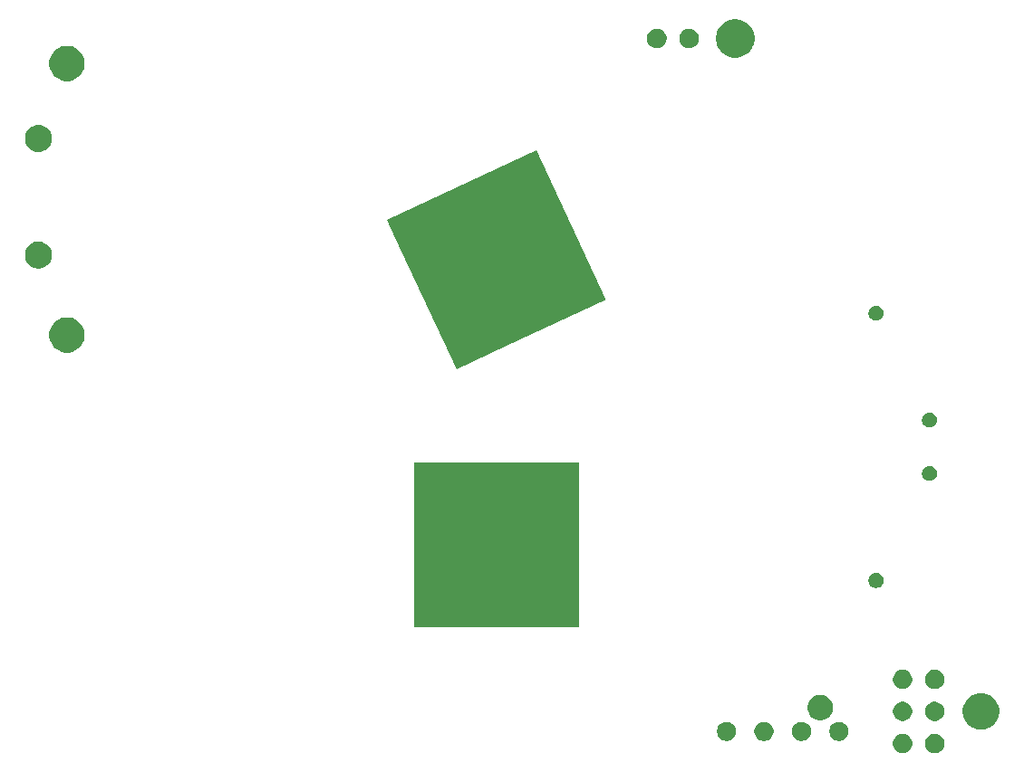
<source format=gbs>
G04 #@! TF.GenerationSoftware,KiCad,Pcbnew,5.0.2-bee76a0~70~ubuntu18.04.1*
G04 #@! TF.CreationDate,2019-04-30T11:13:38-04:00*
G04 #@! TF.ProjectId,AIR_Mount_Minus,4149525f-4d6f-4756-9e74-5f4d696e7573,rev?*
G04 #@! TF.SameCoordinates,Original*
G04 #@! TF.FileFunction,Soldermask,Bot*
G04 #@! TF.FilePolarity,Negative*
%FSLAX46Y46*%
G04 Gerber Fmt 4.6, Leading zero omitted, Abs format (unit mm)*
G04 Created by KiCad (PCBNEW 5.0.2-bee76a0~70~ubuntu18.04.1) date Tue 30 Apr 2019 11:13:38 AM EDT*
%MOMM*%
%LPD*%
G01*
G04 APERTURE LIST*
%ADD10C,0.100000*%
G04 APERTURE END LIST*
D10*
G36*
X209202521Y-123614586D02*
X209366309Y-123682429D01*
X209513720Y-123780926D01*
X209639074Y-123906280D01*
X209737571Y-124053691D01*
X209805414Y-124217479D01*
X209840000Y-124391356D01*
X209840000Y-124568644D01*
X209805414Y-124742521D01*
X209737571Y-124906309D01*
X209639074Y-125053720D01*
X209513720Y-125179074D01*
X209366309Y-125277571D01*
X209202521Y-125345414D01*
X209028644Y-125380000D01*
X208851356Y-125380000D01*
X208677479Y-125345414D01*
X208513691Y-125277571D01*
X208366280Y-125179074D01*
X208240926Y-125053720D01*
X208142429Y-124906309D01*
X208074586Y-124742521D01*
X208040000Y-124568644D01*
X208040000Y-124391356D01*
X208074586Y-124217479D01*
X208142429Y-124053691D01*
X208240926Y-123906280D01*
X208366280Y-123780926D01*
X208513691Y-123682429D01*
X208677479Y-123614586D01*
X208851356Y-123580000D01*
X209028644Y-123580000D01*
X209202521Y-123614586D01*
X209202521Y-123614586D01*
G37*
G36*
X206202521Y-123614586D02*
X206366309Y-123682429D01*
X206513720Y-123780926D01*
X206639074Y-123906280D01*
X206737571Y-124053691D01*
X206805414Y-124217479D01*
X206840000Y-124391356D01*
X206840000Y-124568644D01*
X206805414Y-124742521D01*
X206737571Y-124906309D01*
X206639074Y-125053720D01*
X206513720Y-125179074D01*
X206366309Y-125277571D01*
X206202521Y-125345414D01*
X206028644Y-125380000D01*
X205851356Y-125380000D01*
X205677479Y-125345414D01*
X205513691Y-125277571D01*
X205366280Y-125179074D01*
X205240926Y-125053720D01*
X205142429Y-124906309D01*
X205074586Y-124742521D01*
X205040000Y-124568644D01*
X205040000Y-124391356D01*
X205074586Y-124217479D01*
X205142429Y-124053691D01*
X205240926Y-123906280D01*
X205366280Y-123780926D01*
X205513691Y-123682429D01*
X205677479Y-123614586D01*
X205851356Y-123580000D01*
X206028644Y-123580000D01*
X206202521Y-123614586D01*
X206202521Y-123614586D01*
G37*
G36*
X200252083Y-122486029D02*
X200415596Y-122553758D01*
X200562764Y-122652093D01*
X200687907Y-122777236D01*
X200786242Y-122924404D01*
X200853971Y-123087917D01*
X200888500Y-123261505D01*
X200888500Y-123438495D01*
X200853971Y-123612083D01*
X200786242Y-123775596D01*
X200786240Y-123775599D01*
X200698920Y-123906283D01*
X200687907Y-123922764D01*
X200562764Y-124047907D01*
X200562761Y-124047909D01*
X200562760Y-124047910D01*
X200554108Y-124053691D01*
X200415596Y-124146242D01*
X200252083Y-124213971D01*
X200078495Y-124248500D01*
X199901505Y-124248500D01*
X199727917Y-124213971D01*
X199564404Y-124146242D01*
X199425892Y-124053691D01*
X199417240Y-124047910D01*
X199417239Y-124047909D01*
X199417236Y-124047907D01*
X199292093Y-123922764D01*
X199281081Y-123906283D01*
X199193760Y-123775599D01*
X199193758Y-123775596D01*
X199126029Y-123612083D01*
X199091500Y-123438495D01*
X199091500Y-123261505D01*
X199126029Y-123087917D01*
X199193758Y-122924404D01*
X199292093Y-122777236D01*
X199417236Y-122652093D01*
X199564404Y-122553758D01*
X199727917Y-122486029D01*
X199901505Y-122451500D01*
X200078495Y-122451500D01*
X200252083Y-122486029D01*
X200252083Y-122486029D01*
G37*
G36*
X196752083Y-122486029D02*
X196915596Y-122553758D01*
X197062764Y-122652093D01*
X197187907Y-122777236D01*
X197286242Y-122924404D01*
X197353971Y-123087917D01*
X197388500Y-123261505D01*
X197388500Y-123438495D01*
X197353971Y-123612083D01*
X197286242Y-123775596D01*
X197286240Y-123775599D01*
X197198920Y-123906283D01*
X197187907Y-123922764D01*
X197062764Y-124047907D01*
X197062761Y-124047909D01*
X197062760Y-124047910D01*
X197054108Y-124053691D01*
X196915596Y-124146242D01*
X196752083Y-124213971D01*
X196578495Y-124248500D01*
X196401505Y-124248500D01*
X196227917Y-124213971D01*
X196064404Y-124146242D01*
X195925892Y-124053691D01*
X195917240Y-124047910D01*
X195917239Y-124047909D01*
X195917236Y-124047907D01*
X195792093Y-123922764D01*
X195781081Y-123906283D01*
X195693760Y-123775599D01*
X195693758Y-123775596D01*
X195626029Y-123612083D01*
X195591500Y-123438495D01*
X195591500Y-123261505D01*
X195626029Y-123087917D01*
X195693758Y-122924404D01*
X195792093Y-122777236D01*
X195917236Y-122652093D01*
X196064404Y-122553758D01*
X196227917Y-122486029D01*
X196401505Y-122451500D01*
X196578495Y-122451500D01*
X196752083Y-122486029D01*
X196752083Y-122486029D01*
G37*
G36*
X193252083Y-122486029D02*
X193415596Y-122553758D01*
X193562764Y-122652093D01*
X193687907Y-122777236D01*
X193786242Y-122924404D01*
X193853971Y-123087917D01*
X193888500Y-123261505D01*
X193888500Y-123438495D01*
X193853971Y-123612083D01*
X193786242Y-123775596D01*
X193786240Y-123775599D01*
X193698920Y-123906283D01*
X193687907Y-123922764D01*
X193562764Y-124047907D01*
X193562761Y-124047909D01*
X193562760Y-124047910D01*
X193554108Y-124053691D01*
X193415596Y-124146242D01*
X193252083Y-124213971D01*
X193078495Y-124248500D01*
X192901505Y-124248500D01*
X192727917Y-124213971D01*
X192564404Y-124146242D01*
X192425892Y-124053691D01*
X192417240Y-124047910D01*
X192417239Y-124047909D01*
X192417236Y-124047907D01*
X192292093Y-123922764D01*
X192281081Y-123906283D01*
X192193760Y-123775599D01*
X192193758Y-123775596D01*
X192126029Y-123612083D01*
X192091500Y-123438495D01*
X192091500Y-123261505D01*
X192126029Y-123087917D01*
X192193758Y-122924404D01*
X192292093Y-122777236D01*
X192417236Y-122652093D01*
X192564404Y-122553758D01*
X192727917Y-122486029D01*
X192901505Y-122451500D01*
X193078495Y-122451500D01*
X193252083Y-122486029D01*
X193252083Y-122486029D01*
G37*
G36*
X189752083Y-122486029D02*
X189915596Y-122553758D01*
X190062764Y-122652093D01*
X190187907Y-122777236D01*
X190286242Y-122924404D01*
X190353971Y-123087917D01*
X190388500Y-123261505D01*
X190388500Y-123438495D01*
X190353971Y-123612083D01*
X190286242Y-123775596D01*
X190286240Y-123775599D01*
X190198920Y-123906283D01*
X190187907Y-123922764D01*
X190062764Y-124047907D01*
X190062761Y-124047909D01*
X190062760Y-124047910D01*
X190054108Y-124053691D01*
X189915596Y-124146242D01*
X189752083Y-124213971D01*
X189578495Y-124248500D01*
X189401505Y-124248500D01*
X189227917Y-124213971D01*
X189064404Y-124146242D01*
X188925892Y-124053691D01*
X188917240Y-124047910D01*
X188917239Y-124047909D01*
X188917236Y-124047907D01*
X188792093Y-123922764D01*
X188781081Y-123906283D01*
X188693760Y-123775599D01*
X188693758Y-123775596D01*
X188626029Y-123612083D01*
X188591500Y-123438495D01*
X188591500Y-123261505D01*
X188626029Y-123087917D01*
X188693758Y-122924404D01*
X188792093Y-122777236D01*
X188917236Y-122652093D01*
X189064404Y-122553758D01*
X189227917Y-122486029D01*
X189401505Y-122451500D01*
X189578495Y-122451500D01*
X189752083Y-122486029D01*
X189752083Y-122486029D01*
G37*
G36*
X213646393Y-119823553D02*
X213755872Y-119845330D01*
X214065252Y-119973479D01*
X214343687Y-120159523D01*
X214580477Y-120396313D01*
X214766521Y-120674748D01*
X214894670Y-120984128D01*
X214894670Y-120984129D01*
X214960000Y-121312563D01*
X214960000Y-121647437D01*
X214941086Y-121742521D01*
X214894670Y-121975872D01*
X214766521Y-122285252D01*
X214580477Y-122563687D01*
X214343687Y-122800477D01*
X214065252Y-122986521D01*
X213755872Y-123114670D01*
X213646393Y-123136447D01*
X213427437Y-123180000D01*
X213092563Y-123180000D01*
X212873607Y-123136447D01*
X212764128Y-123114670D01*
X212454748Y-122986521D01*
X212176313Y-122800477D01*
X211939523Y-122563687D01*
X211753479Y-122285252D01*
X211625330Y-121975872D01*
X211578914Y-121742521D01*
X211560000Y-121647437D01*
X211560000Y-121312563D01*
X211625330Y-120984129D01*
X211625330Y-120984128D01*
X211753479Y-120674748D01*
X211939523Y-120396313D01*
X212176313Y-120159523D01*
X212454748Y-119973479D01*
X212764128Y-119845330D01*
X212873607Y-119823553D01*
X213092563Y-119780000D01*
X213427437Y-119780000D01*
X213646393Y-119823553D01*
X213646393Y-119823553D01*
G37*
G36*
X206202521Y-120614586D02*
X206366309Y-120682429D01*
X206513720Y-120780926D01*
X206639074Y-120906280D01*
X206737571Y-121053691D01*
X206805414Y-121217479D01*
X206840000Y-121391356D01*
X206840000Y-121568644D01*
X206805414Y-121742521D01*
X206737571Y-121906309D01*
X206639074Y-122053720D01*
X206513720Y-122179074D01*
X206366309Y-122277571D01*
X206202521Y-122345414D01*
X206028644Y-122380000D01*
X205851356Y-122380000D01*
X205677479Y-122345414D01*
X205513691Y-122277571D01*
X205366280Y-122179074D01*
X205240926Y-122053720D01*
X205142429Y-121906309D01*
X205074586Y-121742521D01*
X205040000Y-121568644D01*
X205040000Y-121391356D01*
X205074586Y-121217479D01*
X205142429Y-121053691D01*
X205240926Y-120906280D01*
X205366280Y-120780926D01*
X205513691Y-120682429D01*
X205677479Y-120614586D01*
X205851356Y-120580000D01*
X206028644Y-120580000D01*
X206202521Y-120614586D01*
X206202521Y-120614586D01*
G37*
G36*
X209202521Y-120614586D02*
X209366309Y-120682429D01*
X209513720Y-120780926D01*
X209639074Y-120906280D01*
X209737571Y-121053691D01*
X209805414Y-121217479D01*
X209840000Y-121391356D01*
X209840000Y-121568644D01*
X209805414Y-121742521D01*
X209737571Y-121906309D01*
X209639074Y-122053720D01*
X209513720Y-122179074D01*
X209366309Y-122277571D01*
X209202521Y-122345414D01*
X209028644Y-122380000D01*
X208851356Y-122380000D01*
X208677479Y-122345414D01*
X208513691Y-122277571D01*
X208366280Y-122179074D01*
X208240926Y-122053720D01*
X208142429Y-121906309D01*
X208074586Y-121742521D01*
X208040000Y-121568644D01*
X208040000Y-121391356D01*
X208074586Y-121217479D01*
X208142429Y-121053691D01*
X208240926Y-120906280D01*
X208366280Y-120780926D01*
X208513691Y-120682429D01*
X208677479Y-120614586D01*
X208851356Y-120580000D01*
X209028644Y-120580000D01*
X209202521Y-120614586D01*
X209202521Y-120614586D01*
G37*
G36*
X198587255Y-119975250D02*
X198803910Y-120064991D01*
X198803913Y-120064993D01*
X198945387Y-120159523D01*
X198998903Y-120195282D01*
X199164718Y-120361097D01*
X199164720Y-120361100D01*
X199164721Y-120361101D01*
X199188249Y-120396313D01*
X199295009Y-120556090D01*
X199384750Y-120772745D01*
X199430500Y-121002745D01*
X199430500Y-121237255D01*
X199384750Y-121467255D01*
X199295009Y-121683910D01*
X199164718Y-121878903D01*
X198998903Y-122044718D01*
X198998900Y-122044720D01*
X198998899Y-122044721D01*
X198985431Y-122053720D01*
X198803910Y-122175009D01*
X198587255Y-122264750D01*
X198357255Y-122310500D01*
X198122745Y-122310500D01*
X197892745Y-122264750D01*
X197676090Y-122175009D01*
X197494569Y-122053720D01*
X197481101Y-122044721D01*
X197481100Y-122044720D01*
X197481097Y-122044718D01*
X197315282Y-121878903D01*
X197184991Y-121683910D01*
X197095250Y-121467255D01*
X197049500Y-121237255D01*
X197049500Y-121002745D01*
X197095250Y-120772745D01*
X197184991Y-120556090D01*
X197291751Y-120396313D01*
X197315279Y-120361101D01*
X197315280Y-120361100D01*
X197315282Y-120361097D01*
X197481097Y-120195282D01*
X197534614Y-120159523D01*
X197676087Y-120064993D01*
X197676090Y-120064991D01*
X197892745Y-119975250D01*
X198122745Y-119929500D01*
X198357255Y-119929500D01*
X198587255Y-119975250D01*
X198587255Y-119975250D01*
G37*
G36*
X206202521Y-117614586D02*
X206366309Y-117682429D01*
X206513720Y-117780926D01*
X206639074Y-117906280D01*
X206737571Y-118053691D01*
X206805414Y-118217479D01*
X206840000Y-118391356D01*
X206840000Y-118568644D01*
X206805414Y-118742521D01*
X206737571Y-118906309D01*
X206639074Y-119053720D01*
X206513720Y-119179074D01*
X206366309Y-119277571D01*
X206202521Y-119345414D01*
X206028644Y-119380000D01*
X205851356Y-119380000D01*
X205677479Y-119345414D01*
X205513691Y-119277571D01*
X205366280Y-119179074D01*
X205240926Y-119053720D01*
X205142429Y-118906309D01*
X205074586Y-118742521D01*
X205040000Y-118568644D01*
X205040000Y-118391356D01*
X205074586Y-118217479D01*
X205142429Y-118053691D01*
X205240926Y-117906280D01*
X205366280Y-117780926D01*
X205513691Y-117682429D01*
X205677479Y-117614586D01*
X205851356Y-117580000D01*
X206028644Y-117580000D01*
X206202521Y-117614586D01*
X206202521Y-117614586D01*
G37*
G36*
X209202521Y-117614586D02*
X209366309Y-117682429D01*
X209513720Y-117780926D01*
X209639074Y-117906280D01*
X209737571Y-118053691D01*
X209805414Y-118217479D01*
X209840000Y-118391356D01*
X209840000Y-118568644D01*
X209805414Y-118742521D01*
X209737571Y-118906309D01*
X209639074Y-119053720D01*
X209513720Y-119179074D01*
X209366309Y-119277571D01*
X209202521Y-119345414D01*
X209028644Y-119380000D01*
X208851356Y-119380000D01*
X208677479Y-119345414D01*
X208513691Y-119277571D01*
X208366280Y-119179074D01*
X208240926Y-119053720D01*
X208142429Y-118906309D01*
X208074586Y-118742521D01*
X208040000Y-118568644D01*
X208040000Y-118391356D01*
X208074586Y-118217479D01*
X208142429Y-118053691D01*
X208240926Y-117906280D01*
X208366280Y-117780926D01*
X208513691Y-117682429D01*
X208677479Y-117614586D01*
X208851356Y-117580000D01*
X209028644Y-117580000D01*
X209202521Y-117614586D01*
X209202521Y-117614586D01*
G37*
G36*
X175731363Y-113620001D02*
X160331363Y-113620001D01*
X160331363Y-98220001D01*
X175731363Y-98220001D01*
X175731363Y-113620001D01*
X175731363Y-113620001D01*
G37*
G36*
X203658183Y-108546900D02*
X203785574Y-108599668D01*
X203900225Y-108676275D01*
X203997725Y-108773775D01*
X204074332Y-108888426D01*
X204127100Y-109015817D01*
X204154000Y-109151055D01*
X204154000Y-109288945D01*
X204127100Y-109424183D01*
X204074332Y-109551574D01*
X203997725Y-109666225D01*
X203900225Y-109763725D01*
X203785574Y-109840332D01*
X203658183Y-109893100D01*
X203522945Y-109920000D01*
X203385055Y-109920000D01*
X203249817Y-109893100D01*
X203122426Y-109840332D01*
X203007775Y-109763725D01*
X202910275Y-109666225D01*
X202833668Y-109551574D01*
X202780900Y-109424183D01*
X202754000Y-109288945D01*
X202754000Y-109151055D01*
X202780900Y-109015817D01*
X202833668Y-108888426D01*
X202910275Y-108773775D01*
X203007775Y-108676275D01*
X203122426Y-108599668D01*
X203249817Y-108546900D01*
X203385055Y-108520000D01*
X203522945Y-108520000D01*
X203658183Y-108546900D01*
X203658183Y-108546900D01*
G37*
G36*
X208658183Y-98546900D02*
X208785574Y-98599668D01*
X208900225Y-98676275D01*
X208997725Y-98773775D01*
X209074332Y-98888426D01*
X209127100Y-99015817D01*
X209154000Y-99151055D01*
X209154000Y-99288945D01*
X209127100Y-99424183D01*
X209074332Y-99551574D01*
X208997725Y-99666225D01*
X208900225Y-99763725D01*
X208785574Y-99840332D01*
X208658183Y-99893100D01*
X208522945Y-99920000D01*
X208385055Y-99920000D01*
X208249817Y-99893100D01*
X208122426Y-99840332D01*
X208007775Y-99763725D01*
X207910275Y-99666225D01*
X207833668Y-99551574D01*
X207780900Y-99424183D01*
X207754000Y-99288945D01*
X207754000Y-99151055D01*
X207780900Y-99015817D01*
X207833668Y-98888426D01*
X207910275Y-98773775D01*
X208007775Y-98676275D01*
X208122426Y-98599668D01*
X208249817Y-98546900D01*
X208385055Y-98520000D01*
X208522945Y-98520000D01*
X208658183Y-98546900D01*
X208658183Y-98546900D01*
G37*
G36*
X208658183Y-93546900D02*
X208785574Y-93599668D01*
X208900225Y-93676275D01*
X208997725Y-93773775D01*
X209074332Y-93888426D01*
X209127100Y-94015817D01*
X209154000Y-94151055D01*
X209154000Y-94288945D01*
X209127100Y-94424183D01*
X209074332Y-94551574D01*
X208997725Y-94666225D01*
X208900225Y-94763725D01*
X208785574Y-94840332D01*
X208658183Y-94893100D01*
X208522945Y-94920000D01*
X208385055Y-94920000D01*
X208249817Y-94893100D01*
X208122426Y-94840332D01*
X208007775Y-94763725D01*
X207910275Y-94666225D01*
X207833668Y-94551574D01*
X207780900Y-94424183D01*
X207754000Y-94288945D01*
X207754000Y-94151055D01*
X207780900Y-94015817D01*
X207833668Y-93888426D01*
X207910275Y-93773775D01*
X208007775Y-93676275D01*
X208122426Y-93599668D01*
X208249817Y-93546900D01*
X208385055Y-93520000D01*
X208522945Y-93520000D01*
X208658183Y-93546900D01*
X208658183Y-93546900D01*
G37*
G36*
X175540404Y-77228610D02*
X178183877Y-82897555D01*
X178219732Y-82974448D01*
X168976572Y-87284604D01*
X164262592Y-89482769D01*
X164262591Y-89482769D01*
X158529568Y-77188260D01*
X157754270Y-75525629D01*
X157754270Y-75525628D01*
X168085832Y-70707942D01*
X171711410Y-69017307D01*
X171711411Y-69017307D01*
X175540404Y-77228610D01*
X175540404Y-77228610D01*
G37*
G36*
X128351287Y-84686408D02*
X128651568Y-84810789D01*
X128921814Y-84991361D01*
X129151639Y-85221186D01*
X129332211Y-85491432D01*
X129456592Y-85791713D01*
X129520000Y-86110489D01*
X129520000Y-86435511D01*
X129456592Y-86754287D01*
X129332211Y-87054568D01*
X129151639Y-87324814D01*
X128921814Y-87554639D01*
X128651568Y-87735211D01*
X128351287Y-87859592D01*
X128032511Y-87923000D01*
X127707489Y-87923000D01*
X127388713Y-87859592D01*
X127088432Y-87735211D01*
X126818186Y-87554639D01*
X126588361Y-87324814D01*
X126407789Y-87054568D01*
X126283408Y-86754287D01*
X126220000Y-86435511D01*
X126220000Y-86110489D01*
X126283408Y-85791713D01*
X126407789Y-85491432D01*
X126588361Y-85221186D01*
X126818186Y-84991361D01*
X127088432Y-84810789D01*
X127388713Y-84686408D01*
X127707489Y-84623000D01*
X128032511Y-84623000D01*
X128351287Y-84686408D01*
X128351287Y-84686408D01*
G37*
G36*
X203658183Y-83546900D02*
X203785574Y-83599668D01*
X203900224Y-83676274D01*
X203997726Y-83773776D01*
X204074332Y-83888426D01*
X204127100Y-84015817D01*
X204154000Y-84151055D01*
X204154000Y-84288945D01*
X204127100Y-84424183D01*
X204099084Y-84491818D01*
X204074332Y-84551574D01*
X203997726Y-84666224D01*
X203900224Y-84763726D01*
X203785574Y-84840332D01*
X203658183Y-84893100D01*
X203522945Y-84920000D01*
X203385055Y-84920000D01*
X203249817Y-84893100D01*
X203122426Y-84840332D01*
X203007776Y-84763726D01*
X202910274Y-84666224D01*
X202833668Y-84551574D01*
X202808916Y-84491818D01*
X202780900Y-84424183D01*
X202754000Y-84288945D01*
X202754000Y-84151055D01*
X202780900Y-84015817D01*
X202833668Y-83888426D01*
X202910274Y-83773776D01*
X203007776Y-83676274D01*
X203122426Y-83599668D01*
X203249817Y-83546900D01*
X203385055Y-83520000D01*
X203522945Y-83520000D01*
X203658183Y-83546900D01*
X203658183Y-83546900D01*
G37*
G36*
X125445814Y-77544211D02*
X125567529Y-77568421D01*
X125796834Y-77663402D01*
X126003203Y-77801294D01*
X126178706Y-77976797D01*
X126316598Y-78183166D01*
X126411579Y-78412471D01*
X126460000Y-78655901D01*
X126460000Y-78904099D01*
X126411579Y-79147529D01*
X126316598Y-79376834D01*
X126178706Y-79583203D01*
X126003203Y-79758706D01*
X125796834Y-79896598D01*
X125567529Y-79991579D01*
X125445814Y-80015790D01*
X125324101Y-80040000D01*
X125075899Y-80040000D01*
X124954186Y-80015790D01*
X124832471Y-79991579D01*
X124603166Y-79896598D01*
X124396797Y-79758706D01*
X124221294Y-79583203D01*
X124083402Y-79376834D01*
X123988421Y-79147529D01*
X123940000Y-78904099D01*
X123940000Y-78655901D01*
X123988421Y-78412471D01*
X124083402Y-78183166D01*
X124221294Y-77976797D01*
X124396797Y-77801294D01*
X124603166Y-77663402D01*
X124832471Y-77568421D01*
X124954186Y-77544211D01*
X125075899Y-77520000D01*
X125324101Y-77520000D01*
X125445814Y-77544211D01*
X125445814Y-77544211D01*
G37*
G36*
X125445814Y-66644211D02*
X125567529Y-66668421D01*
X125796834Y-66763402D01*
X126003203Y-66901294D01*
X126178706Y-67076797D01*
X126316598Y-67283166D01*
X126411579Y-67512471D01*
X126460000Y-67755901D01*
X126460000Y-68004099D01*
X126411579Y-68247529D01*
X126316598Y-68476834D01*
X126178706Y-68683203D01*
X126003203Y-68858706D01*
X125796834Y-68996598D01*
X125567529Y-69091579D01*
X125445814Y-69115789D01*
X125324101Y-69140000D01*
X125075899Y-69140000D01*
X124954186Y-69115789D01*
X124832471Y-69091579D01*
X124603166Y-68996598D01*
X124396797Y-68858706D01*
X124221294Y-68683203D01*
X124083402Y-68476834D01*
X123988421Y-68247529D01*
X123940000Y-68004099D01*
X123940000Y-67755901D01*
X123988421Y-67512471D01*
X124083402Y-67283166D01*
X124221294Y-67076797D01*
X124396797Y-66901294D01*
X124603166Y-66763402D01*
X124832471Y-66668421D01*
X124954186Y-66644211D01*
X125075899Y-66620000D01*
X125324101Y-66620000D01*
X125445814Y-66644211D01*
X125445814Y-66644211D01*
G37*
G36*
X128351287Y-59286408D02*
X128651568Y-59410789D01*
X128921814Y-59591361D01*
X129151639Y-59821186D01*
X129332211Y-60091432D01*
X129456592Y-60391713D01*
X129520000Y-60710489D01*
X129520000Y-61035511D01*
X129456592Y-61354287D01*
X129332211Y-61654568D01*
X129151639Y-61924814D01*
X128921814Y-62154639D01*
X128651568Y-62335211D01*
X128351287Y-62459592D01*
X128032511Y-62523000D01*
X127707489Y-62523000D01*
X127388713Y-62459592D01*
X127088432Y-62335211D01*
X126818186Y-62154639D01*
X126588361Y-61924814D01*
X126407789Y-61654568D01*
X126283408Y-61354287D01*
X126220000Y-61035511D01*
X126220000Y-60710489D01*
X126283408Y-60391713D01*
X126407789Y-60091432D01*
X126588361Y-59821186D01*
X126818186Y-59591361D01*
X127088432Y-59410789D01*
X127388713Y-59286408D01*
X127707489Y-59223000D01*
X128032511Y-59223000D01*
X128351287Y-59286408D01*
X128351287Y-59286408D01*
G37*
G36*
X190709122Y-56766115D02*
X190825041Y-56789173D01*
X191152620Y-56924861D01*
X191443511Y-57119228D01*
X191447436Y-57121851D01*
X191698149Y-57372564D01*
X191698151Y-57372567D01*
X191895139Y-57667380D01*
X192030827Y-57994959D01*
X192053885Y-58110878D01*
X192100000Y-58342714D01*
X192100000Y-58697286D01*
X192053885Y-58929122D01*
X192030827Y-59045041D01*
X191895139Y-59372620D01*
X191880165Y-59395030D01*
X191698149Y-59667436D01*
X191447436Y-59918149D01*
X191447433Y-59918151D01*
X191152620Y-60115139D01*
X190825041Y-60250827D01*
X190709122Y-60273885D01*
X190477286Y-60320000D01*
X190122714Y-60320000D01*
X189890878Y-60273885D01*
X189774959Y-60250827D01*
X189447380Y-60115139D01*
X189152567Y-59918151D01*
X189152564Y-59918149D01*
X188901851Y-59667436D01*
X188719835Y-59395030D01*
X188704861Y-59372620D01*
X188569173Y-59045041D01*
X188546115Y-58929122D01*
X188500000Y-58697286D01*
X188500000Y-58342714D01*
X188546115Y-58110878D01*
X188569173Y-57994959D01*
X188704861Y-57667380D01*
X188901849Y-57372567D01*
X188901851Y-57372564D01*
X189152564Y-57121851D01*
X189156489Y-57119228D01*
X189447380Y-56924861D01*
X189774959Y-56789173D01*
X189890878Y-56766115D01*
X190122714Y-56720000D01*
X190477286Y-56720000D01*
X190709122Y-56766115D01*
X190709122Y-56766115D01*
G37*
G36*
X183245434Y-57644970D02*
X183245436Y-57644971D01*
X183245437Y-57644971D01*
X183411047Y-57713569D01*
X183560094Y-57813159D01*
X183686841Y-57939906D01*
X183786431Y-58088953D01*
X183855030Y-58254566D01*
X183890000Y-58430371D01*
X183890000Y-58609629D01*
X183855030Y-58785434D01*
X183786431Y-58951047D01*
X183686841Y-59100094D01*
X183560094Y-59226841D01*
X183560091Y-59226843D01*
X183411047Y-59326431D01*
X183245437Y-59395029D01*
X183245436Y-59395029D01*
X183245434Y-59395030D01*
X183069629Y-59430000D01*
X182890371Y-59430000D01*
X182714566Y-59395030D01*
X182714564Y-59395029D01*
X182714563Y-59395029D01*
X182548953Y-59326431D01*
X182399909Y-59226843D01*
X182399906Y-59226841D01*
X182273159Y-59100094D01*
X182173569Y-58951047D01*
X182104970Y-58785434D01*
X182070000Y-58609629D01*
X182070000Y-58430371D01*
X182104970Y-58254566D01*
X182173569Y-58088953D01*
X182273159Y-57939906D01*
X182399906Y-57813159D01*
X182548953Y-57713569D01*
X182714563Y-57644971D01*
X182714564Y-57644971D01*
X182714566Y-57644970D01*
X182890371Y-57610000D01*
X183069629Y-57610000D01*
X183245434Y-57644970D01*
X183245434Y-57644970D01*
G37*
G36*
X186245434Y-57644970D02*
X186245436Y-57644971D01*
X186245437Y-57644971D01*
X186411047Y-57713569D01*
X186560094Y-57813159D01*
X186686841Y-57939906D01*
X186786431Y-58088953D01*
X186855030Y-58254566D01*
X186890000Y-58430371D01*
X186890000Y-58609629D01*
X186855030Y-58785434D01*
X186786431Y-58951047D01*
X186686841Y-59100094D01*
X186560094Y-59226841D01*
X186560091Y-59226843D01*
X186411047Y-59326431D01*
X186245437Y-59395029D01*
X186245436Y-59395029D01*
X186245434Y-59395030D01*
X186069629Y-59430000D01*
X185890371Y-59430000D01*
X185714566Y-59395030D01*
X185714564Y-59395029D01*
X185714563Y-59395029D01*
X185548953Y-59326431D01*
X185399909Y-59226843D01*
X185399906Y-59226841D01*
X185273159Y-59100094D01*
X185173569Y-58951047D01*
X185104970Y-58785434D01*
X185070000Y-58609629D01*
X185070000Y-58430371D01*
X185104970Y-58254566D01*
X185173569Y-58088953D01*
X185273159Y-57939906D01*
X185399906Y-57813159D01*
X185548953Y-57713569D01*
X185714563Y-57644971D01*
X185714564Y-57644971D01*
X185714566Y-57644970D01*
X185890371Y-57610000D01*
X186069629Y-57610000D01*
X186245434Y-57644970D01*
X186245434Y-57644970D01*
G37*
M02*

</source>
